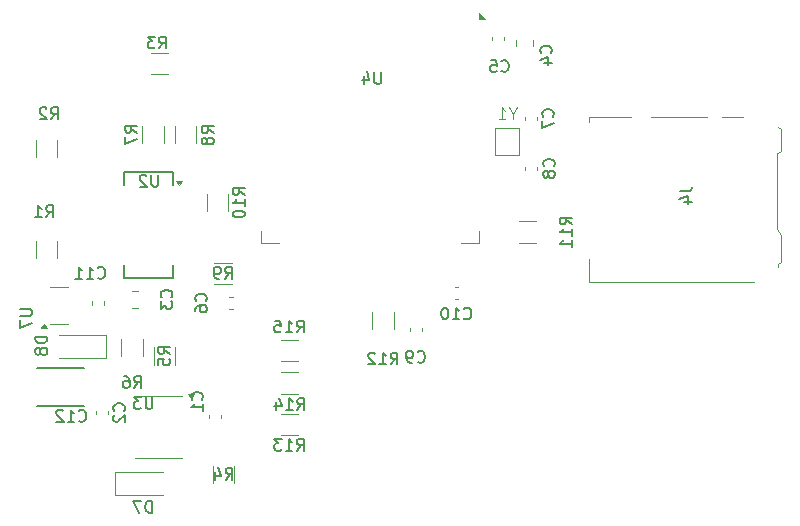
<source format=gbo>
%TF.GenerationSoftware,KiCad,Pcbnew,8.0.6*%
%TF.CreationDate,2024-12-20T11:49:08+09:00*%
%TF.ProjectId,PCB,5043422e-6b69-4636-9164-5f7063625858,rev?*%
%TF.SameCoordinates,Original*%
%TF.FileFunction,Legend,Bot*%
%TF.FilePolarity,Positive*%
%FSLAX46Y46*%
G04 Gerber Fmt 4.6, Leading zero omitted, Abs format (unit mm)*
G04 Created by KiCad (PCBNEW 8.0.6) date 2024-12-20 11:49:08*
%MOMM*%
%LPD*%
G01*
G04 APERTURE LIST*
%ADD10C,0.150000*%
%ADD11C,0.100000*%
%ADD12C,0.120000*%
%ADD13C,0.152400*%
G04 APERTURE END LIST*
D10*
X98859580Y-103633333D02*
X98907200Y-103585714D01*
X98907200Y-103585714D02*
X98954819Y-103442857D01*
X98954819Y-103442857D02*
X98954819Y-103347619D01*
X98954819Y-103347619D02*
X98907200Y-103204762D01*
X98907200Y-103204762D02*
X98811961Y-103109524D01*
X98811961Y-103109524D02*
X98716723Y-103061905D01*
X98716723Y-103061905D02*
X98526247Y-103014286D01*
X98526247Y-103014286D02*
X98383390Y-103014286D01*
X98383390Y-103014286D02*
X98192914Y-103061905D01*
X98192914Y-103061905D02*
X98097676Y-103109524D01*
X98097676Y-103109524D02*
X98002438Y-103204762D01*
X98002438Y-103204762D02*
X97954819Y-103347619D01*
X97954819Y-103347619D02*
X97954819Y-103442857D01*
X97954819Y-103442857D02*
X98002438Y-103585714D01*
X98002438Y-103585714D02*
X98050057Y-103633333D01*
X98050057Y-104014286D02*
X98002438Y-104061905D01*
X98002438Y-104061905D02*
X97954819Y-104157143D01*
X97954819Y-104157143D02*
X97954819Y-104395238D01*
X97954819Y-104395238D02*
X98002438Y-104490476D01*
X98002438Y-104490476D02*
X98050057Y-104538095D01*
X98050057Y-104538095D02*
X98145295Y-104585714D01*
X98145295Y-104585714D02*
X98240533Y-104585714D01*
X98240533Y-104585714D02*
X98383390Y-104538095D01*
X98383390Y-104538095D02*
X98954819Y-103966667D01*
X98954819Y-103966667D02*
X98954819Y-104585714D01*
X105459580Y-102683333D02*
X105507200Y-102635714D01*
X105507200Y-102635714D02*
X105554819Y-102492857D01*
X105554819Y-102492857D02*
X105554819Y-102397619D01*
X105554819Y-102397619D02*
X105507200Y-102254762D01*
X105507200Y-102254762D02*
X105411961Y-102159524D01*
X105411961Y-102159524D02*
X105316723Y-102111905D01*
X105316723Y-102111905D02*
X105126247Y-102064286D01*
X105126247Y-102064286D02*
X104983390Y-102064286D01*
X104983390Y-102064286D02*
X104792914Y-102111905D01*
X104792914Y-102111905D02*
X104697676Y-102159524D01*
X104697676Y-102159524D02*
X104602438Y-102254762D01*
X104602438Y-102254762D02*
X104554819Y-102397619D01*
X104554819Y-102397619D02*
X104554819Y-102492857D01*
X104554819Y-102492857D02*
X104602438Y-102635714D01*
X104602438Y-102635714D02*
X104650057Y-102683333D01*
X105554819Y-103635714D02*
X105554819Y-103064286D01*
X105554819Y-103350000D02*
X104554819Y-103350000D01*
X104554819Y-103350000D02*
X104697676Y-103254762D01*
X104697676Y-103254762D02*
X104792914Y-103159524D01*
X104792914Y-103159524D02*
X104840533Y-103064286D01*
X107466666Y-109454819D02*
X107799999Y-108978628D01*
X108038094Y-109454819D02*
X108038094Y-108454819D01*
X108038094Y-108454819D02*
X107657142Y-108454819D01*
X107657142Y-108454819D02*
X107561904Y-108502438D01*
X107561904Y-108502438D02*
X107514285Y-108550057D01*
X107514285Y-108550057D02*
X107466666Y-108645295D01*
X107466666Y-108645295D02*
X107466666Y-108788152D01*
X107466666Y-108788152D02*
X107514285Y-108883390D01*
X107514285Y-108883390D02*
X107561904Y-108931009D01*
X107561904Y-108931009D02*
X107657142Y-108978628D01*
X107657142Y-108978628D02*
X108038094Y-108978628D01*
X106609523Y-108788152D02*
X106609523Y-109454819D01*
X106847618Y-108407200D02*
X107085713Y-109121485D01*
X107085713Y-109121485D02*
X106466666Y-109121485D01*
X135259580Y-82933333D02*
X135307200Y-82885714D01*
X135307200Y-82885714D02*
X135354819Y-82742857D01*
X135354819Y-82742857D02*
X135354819Y-82647619D01*
X135354819Y-82647619D02*
X135307200Y-82504762D01*
X135307200Y-82504762D02*
X135211961Y-82409524D01*
X135211961Y-82409524D02*
X135116723Y-82361905D01*
X135116723Y-82361905D02*
X134926247Y-82314286D01*
X134926247Y-82314286D02*
X134783390Y-82314286D01*
X134783390Y-82314286D02*
X134592914Y-82361905D01*
X134592914Y-82361905D02*
X134497676Y-82409524D01*
X134497676Y-82409524D02*
X134402438Y-82504762D01*
X134402438Y-82504762D02*
X134354819Y-82647619D01*
X134354819Y-82647619D02*
X134354819Y-82742857D01*
X134354819Y-82742857D02*
X134402438Y-82885714D01*
X134402438Y-82885714D02*
X134450057Y-82933333D01*
X134783390Y-83504762D02*
X134735771Y-83409524D01*
X134735771Y-83409524D02*
X134688152Y-83361905D01*
X134688152Y-83361905D02*
X134592914Y-83314286D01*
X134592914Y-83314286D02*
X134545295Y-83314286D01*
X134545295Y-83314286D02*
X134450057Y-83361905D01*
X134450057Y-83361905D02*
X134402438Y-83409524D01*
X134402438Y-83409524D02*
X134354819Y-83504762D01*
X134354819Y-83504762D02*
X134354819Y-83695238D01*
X134354819Y-83695238D02*
X134402438Y-83790476D01*
X134402438Y-83790476D02*
X134450057Y-83838095D01*
X134450057Y-83838095D02*
X134545295Y-83885714D01*
X134545295Y-83885714D02*
X134592914Y-83885714D01*
X134592914Y-83885714D02*
X134688152Y-83838095D01*
X134688152Y-83838095D02*
X134735771Y-83790476D01*
X134735771Y-83790476D02*
X134783390Y-83695238D01*
X134783390Y-83695238D02*
X134783390Y-83504762D01*
X134783390Y-83504762D02*
X134831009Y-83409524D01*
X134831009Y-83409524D02*
X134878628Y-83361905D01*
X134878628Y-83361905D02*
X134973866Y-83314286D01*
X134973866Y-83314286D02*
X135164342Y-83314286D01*
X135164342Y-83314286D02*
X135259580Y-83361905D01*
X135259580Y-83361905D02*
X135307200Y-83409524D01*
X135307200Y-83409524D02*
X135354819Y-83504762D01*
X135354819Y-83504762D02*
X135354819Y-83695238D01*
X135354819Y-83695238D02*
X135307200Y-83790476D01*
X135307200Y-83790476D02*
X135259580Y-83838095D01*
X135259580Y-83838095D02*
X135164342Y-83885714D01*
X135164342Y-83885714D02*
X134973866Y-83885714D01*
X134973866Y-83885714D02*
X134878628Y-83838095D01*
X134878628Y-83838095D02*
X134831009Y-83790476D01*
X134831009Y-83790476D02*
X134783390Y-83695238D01*
X96642857Y-92359580D02*
X96690476Y-92407200D01*
X96690476Y-92407200D02*
X96833333Y-92454819D01*
X96833333Y-92454819D02*
X96928571Y-92454819D01*
X96928571Y-92454819D02*
X97071428Y-92407200D01*
X97071428Y-92407200D02*
X97166666Y-92311961D01*
X97166666Y-92311961D02*
X97214285Y-92216723D01*
X97214285Y-92216723D02*
X97261904Y-92026247D01*
X97261904Y-92026247D02*
X97261904Y-91883390D01*
X97261904Y-91883390D02*
X97214285Y-91692914D01*
X97214285Y-91692914D02*
X97166666Y-91597676D01*
X97166666Y-91597676D02*
X97071428Y-91502438D01*
X97071428Y-91502438D02*
X96928571Y-91454819D01*
X96928571Y-91454819D02*
X96833333Y-91454819D01*
X96833333Y-91454819D02*
X96690476Y-91502438D01*
X96690476Y-91502438D02*
X96642857Y-91550057D01*
X95690476Y-92454819D02*
X96261904Y-92454819D01*
X95976190Y-92454819D02*
X95976190Y-91454819D01*
X95976190Y-91454819D02*
X96071428Y-91597676D01*
X96071428Y-91597676D02*
X96166666Y-91692914D01*
X96166666Y-91692914D02*
X96261904Y-91740533D01*
X94738095Y-92454819D02*
X95309523Y-92454819D01*
X95023809Y-92454819D02*
X95023809Y-91454819D01*
X95023809Y-91454819D02*
X95119047Y-91597676D01*
X95119047Y-91597676D02*
X95214285Y-91692914D01*
X95214285Y-91692914D02*
X95309523Y-91740533D01*
X92354819Y-97361905D02*
X91354819Y-97361905D01*
X91354819Y-97361905D02*
X91354819Y-97600000D01*
X91354819Y-97600000D02*
X91402438Y-97742857D01*
X91402438Y-97742857D02*
X91497676Y-97838095D01*
X91497676Y-97838095D02*
X91592914Y-97885714D01*
X91592914Y-97885714D02*
X91783390Y-97933333D01*
X91783390Y-97933333D02*
X91926247Y-97933333D01*
X91926247Y-97933333D02*
X92116723Y-97885714D01*
X92116723Y-97885714D02*
X92211961Y-97838095D01*
X92211961Y-97838095D02*
X92307200Y-97742857D01*
X92307200Y-97742857D02*
X92354819Y-97600000D01*
X92354819Y-97600000D02*
X92354819Y-97361905D01*
X91783390Y-98504762D02*
X91735771Y-98409524D01*
X91735771Y-98409524D02*
X91688152Y-98361905D01*
X91688152Y-98361905D02*
X91592914Y-98314286D01*
X91592914Y-98314286D02*
X91545295Y-98314286D01*
X91545295Y-98314286D02*
X91450057Y-98361905D01*
X91450057Y-98361905D02*
X91402438Y-98409524D01*
X91402438Y-98409524D02*
X91354819Y-98504762D01*
X91354819Y-98504762D02*
X91354819Y-98695238D01*
X91354819Y-98695238D02*
X91402438Y-98790476D01*
X91402438Y-98790476D02*
X91450057Y-98838095D01*
X91450057Y-98838095D02*
X91545295Y-98885714D01*
X91545295Y-98885714D02*
X91592914Y-98885714D01*
X91592914Y-98885714D02*
X91688152Y-98838095D01*
X91688152Y-98838095D02*
X91735771Y-98790476D01*
X91735771Y-98790476D02*
X91783390Y-98695238D01*
X91783390Y-98695238D02*
X91783390Y-98504762D01*
X91783390Y-98504762D02*
X91831009Y-98409524D01*
X91831009Y-98409524D02*
X91878628Y-98361905D01*
X91878628Y-98361905D02*
X91973866Y-98314286D01*
X91973866Y-98314286D02*
X92164342Y-98314286D01*
X92164342Y-98314286D02*
X92259580Y-98361905D01*
X92259580Y-98361905D02*
X92307200Y-98409524D01*
X92307200Y-98409524D02*
X92354819Y-98504762D01*
X92354819Y-98504762D02*
X92354819Y-98695238D01*
X92354819Y-98695238D02*
X92307200Y-98790476D01*
X92307200Y-98790476D02*
X92259580Y-98838095D01*
X92259580Y-98838095D02*
X92164342Y-98885714D01*
X92164342Y-98885714D02*
X91973866Y-98885714D01*
X91973866Y-98885714D02*
X91878628Y-98838095D01*
X91878628Y-98838095D02*
X91831009Y-98790476D01*
X91831009Y-98790476D02*
X91783390Y-98695238D01*
X113542857Y-103574819D02*
X113876190Y-103098628D01*
X114114285Y-103574819D02*
X114114285Y-102574819D01*
X114114285Y-102574819D02*
X113733333Y-102574819D01*
X113733333Y-102574819D02*
X113638095Y-102622438D01*
X113638095Y-102622438D02*
X113590476Y-102670057D01*
X113590476Y-102670057D02*
X113542857Y-102765295D01*
X113542857Y-102765295D02*
X113542857Y-102908152D01*
X113542857Y-102908152D02*
X113590476Y-103003390D01*
X113590476Y-103003390D02*
X113638095Y-103051009D01*
X113638095Y-103051009D02*
X113733333Y-103098628D01*
X113733333Y-103098628D02*
X114114285Y-103098628D01*
X112590476Y-103574819D02*
X113161904Y-103574819D01*
X112876190Y-103574819D02*
X112876190Y-102574819D01*
X112876190Y-102574819D02*
X112971428Y-102717676D01*
X112971428Y-102717676D02*
X113066666Y-102812914D01*
X113066666Y-102812914D02*
X113161904Y-102860533D01*
X111733333Y-102908152D02*
X111733333Y-103574819D01*
X111971428Y-102527200D02*
X112209523Y-103241485D01*
X112209523Y-103241485D02*
X111590476Y-103241485D01*
X135009580Y-73333333D02*
X135057200Y-73285714D01*
X135057200Y-73285714D02*
X135104819Y-73142857D01*
X135104819Y-73142857D02*
X135104819Y-73047619D01*
X135104819Y-73047619D02*
X135057200Y-72904762D01*
X135057200Y-72904762D02*
X134961961Y-72809524D01*
X134961961Y-72809524D02*
X134866723Y-72761905D01*
X134866723Y-72761905D02*
X134676247Y-72714286D01*
X134676247Y-72714286D02*
X134533390Y-72714286D01*
X134533390Y-72714286D02*
X134342914Y-72761905D01*
X134342914Y-72761905D02*
X134247676Y-72809524D01*
X134247676Y-72809524D02*
X134152438Y-72904762D01*
X134152438Y-72904762D02*
X134104819Y-73047619D01*
X134104819Y-73047619D02*
X134104819Y-73142857D01*
X134104819Y-73142857D02*
X134152438Y-73285714D01*
X134152438Y-73285714D02*
X134200057Y-73333333D01*
X134438152Y-74190476D02*
X135104819Y-74190476D01*
X134057200Y-73952381D02*
X134771485Y-73714286D01*
X134771485Y-73714286D02*
X134771485Y-74333333D01*
X109074819Y-85357142D02*
X108598628Y-85023809D01*
X109074819Y-84785714D02*
X108074819Y-84785714D01*
X108074819Y-84785714D02*
X108074819Y-85166666D01*
X108074819Y-85166666D02*
X108122438Y-85261904D01*
X108122438Y-85261904D02*
X108170057Y-85309523D01*
X108170057Y-85309523D02*
X108265295Y-85357142D01*
X108265295Y-85357142D02*
X108408152Y-85357142D01*
X108408152Y-85357142D02*
X108503390Y-85309523D01*
X108503390Y-85309523D02*
X108551009Y-85261904D01*
X108551009Y-85261904D02*
X108598628Y-85166666D01*
X108598628Y-85166666D02*
X108598628Y-84785714D01*
X109074819Y-86309523D02*
X109074819Y-85738095D01*
X109074819Y-86023809D02*
X108074819Y-86023809D01*
X108074819Y-86023809D02*
X108217676Y-85928571D01*
X108217676Y-85928571D02*
X108312914Y-85833333D01*
X108312914Y-85833333D02*
X108360533Y-85738095D01*
X108074819Y-86928571D02*
X108074819Y-87023809D01*
X108074819Y-87023809D02*
X108122438Y-87119047D01*
X108122438Y-87119047D02*
X108170057Y-87166666D01*
X108170057Y-87166666D02*
X108265295Y-87214285D01*
X108265295Y-87214285D02*
X108455771Y-87261904D01*
X108455771Y-87261904D02*
X108693866Y-87261904D01*
X108693866Y-87261904D02*
X108884342Y-87214285D01*
X108884342Y-87214285D02*
X108979580Y-87166666D01*
X108979580Y-87166666D02*
X109027200Y-87119047D01*
X109027200Y-87119047D02*
X109074819Y-87023809D01*
X109074819Y-87023809D02*
X109074819Y-86928571D01*
X109074819Y-86928571D02*
X109027200Y-86833333D01*
X109027200Y-86833333D02*
X108979580Y-86785714D01*
X108979580Y-86785714D02*
X108884342Y-86738095D01*
X108884342Y-86738095D02*
X108693866Y-86690476D01*
X108693866Y-86690476D02*
X108455771Y-86690476D01*
X108455771Y-86690476D02*
X108265295Y-86738095D01*
X108265295Y-86738095D02*
X108170057Y-86785714D01*
X108170057Y-86785714D02*
X108122438Y-86833333D01*
X108122438Y-86833333D02*
X108074819Y-86928571D01*
X123716666Y-99472080D02*
X123764285Y-99519700D01*
X123764285Y-99519700D02*
X123907142Y-99567319D01*
X123907142Y-99567319D02*
X124002380Y-99567319D01*
X124002380Y-99567319D02*
X124145237Y-99519700D01*
X124145237Y-99519700D02*
X124240475Y-99424461D01*
X124240475Y-99424461D02*
X124288094Y-99329223D01*
X124288094Y-99329223D02*
X124335713Y-99138747D01*
X124335713Y-99138747D02*
X124335713Y-98995890D01*
X124335713Y-98995890D02*
X124288094Y-98805414D01*
X124288094Y-98805414D02*
X124240475Y-98710176D01*
X124240475Y-98710176D02*
X124145237Y-98614938D01*
X124145237Y-98614938D02*
X124002380Y-98567319D01*
X124002380Y-98567319D02*
X123907142Y-98567319D01*
X123907142Y-98567319D02*
X123764285Y-98614938D01*
X123764285Y-98614938D02*
X123716666Y-98662557D01*
X123240475Y-99567319D02*
X123049999Y-99567319D01*
X123049999Y-99567319D02*
X122954761Y-99519700D01*
X122954761Y-99519700D02*
X122907142Y-99472080D01*
X122907142Y-99472080D02*
X122811904Y-99329223D01*
X122811904Y-99329223D02*
X122764285Y-99138747D01*
X122764285Y-99138747D02*
X122764285Y-98757795D01*
X122764285Y-98757795D02*
X122811904Y-98662557D01*
X122811904Y-98662557D02*
X122859523Y-98614938D01*
X122859523Y-98614938D02*
X122954761Y-98567319D01*
X122954761Y-98567319D02*
X123145237Y-98567319D01*
X123145237Y-98567319D02*
X123240475Y-98614938D01*
X123240475Y-98614938D02*
X123288094Y-98662557D01*
X123288094Y-98662557D02*
X123335713Y-98757795D01*
X123335713Y-98757795D02*
X123335713Y-98995890D01*
X123335713Y-98995890D02*
X123288094Y-99091128D01*
X123288094Y-99091128D02*
X123240475Y-99138747D01*
X123240475Y-99138747D02*
X123145237Y-99186366D01*
X123145237Y-99186366D02*
X122954761Y-99186366D01*
X122954761Y-99186366D02*
X122859523Y-99138747D01*
X122859523Y-99138747D02*
X122811904Y-99091128D01*
X122811904Y-99091128D02*
X122764285Y-98995890D01*
X99954819Y-80083333D02*
X99478628Y-79750000D01*
X99954819Y-79511905D02*
X98954819Y-79511905D01*
X98954819Y-79511905D02*
X98954819Y-79892857D01*
X98954819Y-79892857D02*
X99002438Y-79988095D01*
X99002438Y-79988095D02*
X99050057Y-80035714D01*
X99050057Y-80035714D02*
X99145295Y-80083333D01*
X99145295Y-80083333D02*
X99288152Y-80083333D01*
X99288152Y-80083333D02*
X99383390Y-80035714D01*
X99383390Y-80035714D02*
X99431009Y-79988095D01*
X99431009Y-79988095D02*
X99478628Y-79892857D01*
X99478628Y-79892857D02*
X99478628Y-79511905D01*
X98954819Y-80416667D02*
X98954819Y-81083333D01*
X98954819Y-81083333D02*
X99954819Y-80654762D01*
X120636904Y-74954819D02*
X120636904Y-75764342D01*
X120636904Y-75764342D02*
X120589285Y-75859580D01*
X120589285Y-75859580D02*
X120541666Y-75907200D01*
X120541666Y-75907200D02*
X120446428Y-75954819D01*
X120446428Y-75954819D02*
X120255952Y-75954819D01*
X120255952Y-75954819D02*
X120160714Y-75907200D01*
X120160714Y-75907200D02*
X120113095Y-75859580D01*
X120113095Y-75859580D02*
X120065476Y-75764342D01*
X120065476Y-75764342D02*
X120065476Y-74954819D01*
X119160714Y-75288152D02*
X119160714Y-75954819D01*
X119398809Y-74907200D02*
X119636904Y-75621485D01*
X119636904Y-75621485D02*
X119017857Y-75621485D01*
X99716666Y-101704819D02*
X100049999Y-101228628D01*
X100288094Y-101704819D02*
X100288094Y-100704819D01*
X100288094Y-100704819D02*
X99907142Y-100704819D01*
X99907142Y-100704819D02*
X99811904Y-100752438D01*
X99811904Y-100752438D02*
X99764285Y-100800057D01*
X99764285Y-100800057D02*
X99716666Y-100895295D01*
X99716666Y-100895295D02*
X99716666Y-101038152D01*
X99716666Y-101038152D02*
X99764285Y-101133390D01*
X99764285Y-101133390D02*
X99811904Y-101181009D01*
X99811904Y-101181009D02*
X99907142Y-101228628D01*
X99907142Y-101228628D02*
X100288094Y-101228628D01*
X98859523Y-100704819D02*
X99049999Y-100704819D01*
X99049999Y-100704819D02*
X99145237Y-100752438D01*
X99145237Y-100752438D02*
X99192856Y-100800057D01*
X99192856Y-100800057D02*
X99288094Y-100942914D01*
X99288094Y-100942914D02*
X99335713Y-101133390D01*
X99335713Y-101133390D02*
X99335713Y-101514342D01*
X99335713Y-101514342D02*
X99288094Y-101609580D01*
X99288094Y-101609580D02*
X99240475Y-101657200D01*
X99240475Y-101657200D02*
X99145237Y-101704819D01*
X99145237Y-101704819D02*
X98954761Y-101704819D01*
X98954761Y-101704819D02*
X98859523Y-101657200D01*
X98859523Y-101657200D02*
X98811904Y-101609580D01*
X98811904Y-101609580D02*
X98764285Y-101514342D01*
X98764285Y-101514342D02*
X98764285Y-101276247D01*
X98764285Y-101276247D02*
X98811904Y-101181009D01*
X98811904Y-101181009D02*
X98859523Y-101133390D01*
X98859523Y-101133390D02*
X98954761Y-101085771D01*
X98954761Y-101085771D02*
X99145237Y-101085771D01*
X99145237Y-101085771D02*
X99240475Y-101133390D01*
X99240475Y-101133390D02*
X99288094Y-101181009D01*
X99288094Y-101181009D02*
X99335713Y-101276247D01*
X92666666Y-78954819D02*
X92999999Y-78478628D01*
X93238094Y-78954819D02*
X93238094Y-77954819D01*
X93238094Y-77954819D02*
X92857142Y-77954819D01*
X92857142Y-77954819D02*
X92761904Y-78002438D01*
X92761904Y-78002438D02*
X92714285Y-78050057D01*
X92714285Y-78050057D02*
X92666666Y-78145295D01*
X92666666Y-78145295D02*
X92666666Y-78288152D01*
X92666666Y-78288152D02*
X92714285Y-78383390D01*
X92714285Y-78383390D02*
X92761904Y-78431009D01*
X92761904Y-78431009D02*
X92857142Y-78478628D01*
X92857142Y-78478628D02*
X93238094Y-78478628D01*
X92285713Y-78050057D02*
X92238094Y-78002438D01*
X92238094Y-78002438D02*
X92142856Y-77954819D01*
X92142856Y-77954819D02*
X91904761Y-77954819D01*
X91904761Y-77954819D02*
X91809523Y-78002438D01*
X91809523Y-78002438D02*
X91761904Y-78050057D01*
X91761904Y-78050057D02*
X91714285Y-78145295D01*
X91714285Y-78145295D02*
X91714285Y-78240533D01*
X91714285Y-78240533D02*
X91761904Y-78383390D01*
X91761904Y-78383390D02*
X92333332Y-78954819D01*
X92333332Y-78954819D02*
X91714285Y-78954819D01*
X136754819Y-87857142D02*
X136278628Y-87523809D01*
X136754819Y-87285714D02*
X135754819Y-87285714D01*
X135754819Y-87285714D02*
X135754819Y-87666666D01*
X135754819Y-87666666D02*
X135802438Y-87761904D01*
X135802438Y-87761904D02*
X135850057Y-87809523D01*
X135850057Y-87809523D02*
X135945295Y-87857142D01*
X135945295Y-87857142D02*
X136088152Y-87857142D01*
X136088152Y-87857142D02*
X136183390Y-87809523D01*
X136183390Y-87809523D02*
X136231009Y-87761904D01*
X136231009Y-87761904D02*
X136278628Y-87666666D01*
X136278628Y-87666666D02*
X136278628Y-87285714D01*
X136754819Y-88809523D02*
X136754819Y-88238095D01*
X136754819Y-88523809D02*
X135754819Y-88523809D01*
X135754819Y-88523809D02*
X135897676Y-88428571D01*
X135897676Y-88428571D02*
X135992914Y-88333333D01*
X135992914Y-88333333D02*
X136040533Y-88238095D01*
X136754819Y-89761904D02*
X136754819Y-89190476D01*
X136754819Y-89476190D02*
X135754819Y-89476190D01*
X135754819Y-89476190D02*
X135897676Y-89380952D01*
X135897676Y-89380952D02*
X135992914Y-89285714D01*
X135992914Y-89285714D02*
X136040533Y-89190476D01*
X121442857Y-99704819D02*
X121776190Y-99228628D01*
X122014285Y-99704819D02*
X122014285Y-98704819D01*
X122014285Y-98704819D02*
X121633333Y-98704819D01*
X121633333Y-98704819D02*
X121538095Y-98752438D01*
X121538095Y-98752438D02*
X121490476Y-98800057D01*
X121490476Y-98800057D02*
X121442857Y-98895295D01*
X121442857Y-98895295D02*
X121442857Y-99038152D01*
X121442857Y-99038152D02*
X121490476Y-99133390D01*
X121490476Y-99133390D02*
X121538095Y-99181009D01*
X121538095Y-99181009D02*
X121633333Y-99228628D01*
X121633333Y-99228628D02*
X122014285Y-99228628D01*
X120490476Y-99704819D02*
X121061904Y-99704819D01*
X120776190Y-99704819D02*
X120776190Y-98704819D01*
X120776190Y-98704819D02*
X120871428Y-98847676D01*
X120871428Y-98847676D02*
X120966666Y-98942914D01*
X120966666Y-98942914D02*
X121061904Y-98990533D01*
X120109523Y-98800057D02*
X120061904Y-98752438D01*
X120061904Y-98752438D02*
X119966666Y-98704819D01*
X119966666Y-98704819D02*
X119728571Y-98704819D01*
X119728571Y-98704819D02*
X119633333Y-98752438D01*
X119633333Y-98752438D02*
X119585714Y-98800057D01*
X119585714Y-98800057D02*
X119538095Y-98895295D01*
X119538095Y-98895295D02*
X119538095Y-98990533D01*
X119538095Y-98990533D02*
X119585714Y-99133390D01*
X119585714Y-99133390D02*
X120157142Y-99704819D01*
X120157142Y-99704819D02*
X119538095Y-99704819D01*
X113492857Y-107004819D02*
X113826190Y-106528628D01*
X114064285Y-107004819D02*
X114064285Y-106004819D01*
X114064285Y-106004819D02*
X113683333Y-106004819D01*
X113683333Y-106004819D02*
X113588095Y-106052438D01*
X113588095Y-106052438D02*
X113540476Y-106100057D01*
X113540476Y-106100057D02*
X113492857Y-106195295D01*
X113492857Y-106195295D02*
X113492857Y-106338152D01*
X113492857Y-106338152D02*
X113540476Y-106433390D01*
X113540476Y-106433390D02*
X113588095Y-106481009D01*
X113588095Y-106481009D02*
X113683333Y-106528628D01*
X113683333Y-106528628D02*
X114064285Y-106528628D01*
X112540476Y-107004819D02*
X113111904Y-107004819D01*
X112826190Y-107004819D02*
X112826190Y-106004819D01*
X112826190Y-106004819D02*
X112921428Y-106147676D01*
X112921428Y-106147676D02*
X113016666Y-106242914D01*
X113016666Y-106242914D02*
X113111904Y-106290533D01*
X112207142Y-106004819D02*
X111588095Y-106004819D01*
X111588095Y-106004819D02*
X111921428Y-106385771D01*
X111921428Y-106385771D02*
X111778571Y-106385771D01*
X111778571Y-106385771D02*
X111683333Y-106433390D01*
X111683333Y-106433390D02*
X111635714Y-106481009D01*
X111635714Y-106481009D02*
X111588095Y-106576247D01*
X111588095Y-106576247D02*
X111588095Y-106814342D01*
X111588095Y-106814342D02*
X111635714Y-106909580D01*
X111635714Y-106909580D02*
X111683333Y-106957200D01*
X111683333Y-106957200D02*
X111778571Y-107004819D01*
X111778571Y-107004819D02*
X112064285Y-107004819D01*
X112064285Y-107004819D02*
X112159523Y-106957200D01*
X112159523Y-106957200D02*
X112207142Y-106909580D01*
X101261904Y-102454819D02*
X101261904Y-103264342D01*
X101261904Y-103264342D02*
X101214285Y-103359580D01*
X101214285Y-103359580D02*
X101166666Y-103407200D01*
X101166666Y-103407200D02*
X101071428Y-103454819D01*
X101071428Y-103454819D02*
X100880952Y-103454819D01*
X100880952Y-103454819D02*
X100785714Y-103407200D01*
X100785714Y-103407200D02*
X100738095Y-103359580D01*
X100738095Y-103359580D02*
X100690476Y-103264342D01*
X100690476Y-103264342D02*
X100690476Y-102454819D01*
X100309523Y-102454819D02*
X99690476Y-102454819D01*
X99690476Y-102454819D02*
X100023809Y-102835771D01*
X100023809Y-102835771D02*
X99880952Y-102835771D01*
X99880952Y-102835771D02*
X99785714Y-102883390D01*
X99785714Y-102883390D02*
X99738095Y-102931009D01*
X99738095Y-102931009D02*
X99690476Y-103026247D01*
X99690476Y-103026247D02*
X99690476Y-103264342D01*
X99690476Y-103264342D02*
X99738095Y-103359580D01*
X99738095Y-103359580D02*
X99785714Y-103407200D01*
X99785714Y-103407200D02*
X99880952Y-103454819D01*
X99880952Y-103454819D02*
X100166666Y-103454819D01*
X100166666Y-103454819D02*
X100261904Y-103407200D01*
X100261904Y-103407200D02*
X100309523Y-103359580D01*
X127642857Y-95809580D02*
X127690476Y-95857200D01*
X127690476Y-95857200D02*
X127833333Y-95904819D01*
X127833333Y-95904819D02*
X127928571Y-95904819D01*
X127928571Y-95904819D02*
X128071428Y-95857200D01*
X128071428Y-95857200D02*
X128166666Y-95761961D01*
X128166666Y-95761961D02*
X128214285Y-95666723D01*
X128214285Y-95666723D02*
X128261904Y-95476247D01*
X128261904Y-95476247D02*
X128261904Y-95333390D01*
X128261904Y-95333390D02*
X128214285Y-95142914D01*
X128214285Y-95142914D02*
X128166666Y-95047676D01*
X128166666Y-95047676D02*
X128071428Y-94952438D01*
X128071428Y-94952438D02*
X127928571Y-94904819D01*
X127928571Y-94904819D02*
X127833333Y-94904819D01*
X127833333Y-94904819D02*
X127690476Y-94952438D01*
X127690476Y-94952438D02*
X127642857Y-95000057D01*
X126690476Y-95904819D02*
X127261904Y-95904819D01*
X126976190Y-95904819D02*
X126976190Y-94904819D01*
X126976190Y-94904819D02*
X127071428Y-95047676D01*
X127071428Y-95047676D02*
X127166666Y-95142914D01*
X127166666Y-95142914D02*
X127261904Y-95190533D01*
X126071428Y-94904819D02*
X125976190Y-94904819D01*
X125976190Y-94904819D02*
X125880952Y-94952438D01*
X125880952Y-94952438D02*
X125833333Y-95000057D01*
X125833333Y-95000057D02*
X125785714Y-95095295D01*
X125785714Y-95095295D02*
X125738095Y-95285771D01*
X125738095Y-95285771D02*
X125738095Y-95523866D01*
X125738095Y-95523866D02*
X125785714Y-95714342D01*
X125785714Y-95714342D02*
X125833333Y-95809580D01*
X125833333Y-95809580D02*
X125880952Y-95857200D01*
X125880952Y-95857200D02*
X125976190Y-95904819D01*
X125976190Y-95904819D02*
X126071428Y-95904819D01*
X126071428Y-95904819D02*
X126166666Y-95857200D01*
X126166666Y-95857200D02*
X126214285Y-95809580D01*
X126214285Y-95809580D02*
X126261904Y-95714342D01*
X126261904Y-95714342D02*
X126309523Y-95523866D01*
X126309523Y-95523866D02*
X126309523Y-95285771D01*
X126309523Y-95285771D02*
X126261904Y-95095295D01*
X126261904Y-95095295D02*
X126214285Y-95000057D01*
X126214285Y-95000057D02*
X126166666Y-94952438D01*
X126166666Y-94952438D02*
X126071428Y-94904819D01*
X102859580Y-94033333D02*
X102907200Y-93985714D01*
X102907200Y-93985714D02*
X102954819Y-93842857D01*
X102954819Y-93842857D02*
X102954819Y-93747619D01*
X102954819Y-93747619D02*
X102907200Y-93604762D01*
X102907200Y-93604762D02*
X102811961Y-93509524D01*
X102811961Y-93509524D02*
X102716723Y-93461905D01*
X102716723Y-93461905D02*
X102526247Y-93414286D01*
X102526247Y-93414286D02*
X102383390Y-93414286D01*
X102383390Y-93414286D02*
X102192914Y-93461905D01*
X102192914Y-93461905D02*
X102097676Y-93509524D01*
X102097676Y-93509524D02*
X102002438Y-93604762D01*
X102002438Y-93604762D02*
X101954819Y-93747619D01*
X101954819Y-93747619D02*
X101954819Y-93842857D01*
X101954819Y-93842857D02*
X102002438Y-93985714D01*
X102002438Y-93985714D02*
X102050057Y-94033333D01*
X101954819Y-94366667D02*
X101954819Y-94985714D01*
X101954819Y-94985714D02*
X102335771Y-94652381D01*
X102335771Y-94652381D02*
X102335771Y-94795238D01*
X102335771Y-94795238D02*
X102383390Y-94890476D01*
X102383390Y-94890476D02*
X102431009Y-94938095D01*
X102431009Y-94938095D02*
X102526247Y-94985714D01*
X102526247Y-94985714D02*
X102764342Y-94985714D01*
X102764342Y-94985714D02*
X102859580Y-94938095D01*
X102859580Y-94938095D02*
X102907200Y-94890476D01*
X102907200Y-94890476D02*
X102954819Y-94795238D01*
X102954819Y-94795238D02*
X102954819Y-94509524D01*
X102954819Y-94509524D02*
X102907200Y-94414286D01*
X102907200Y-94414286D02*
X102859580Y-94366667D01*
X145914819Y-85061666D02*
X146629104Y-85061666D01*
X146629104Y-85061666D02*
X146771961Y-85014047D01*
X146771961Y-85014047D02*
X146867200Y-84918809D01*
X146867200Y-84918809D02*
X146914819Y-84775952D01*
X146914819Y-84775952D02*
X146914819Y-84680714D01*
X146248152Y-85966428D02*
X146914819Y-85966428D01*
X145867200Y-85728333D02*
X146581485Y-85490238D01*
X146581485Y-85490238D02*
X146581485Y-86109285D01*
X101761904Y-83654819D02*
X101761904Y-84464342D01*
X101761904Y-84464342D02*
X101714285Y-84559580D01*
X101714285Y-84559580D02*
X101666666Y-84607200D01*
X101666666Y-84607200D02*
X101571428Y-84654819D01*
X101571428Y-84654819D02*
X101380952Y-84654819D01*
X101380952Y-84654819D02*
X101285714Y-84607200D01*
X101285714Y-84607200D02*
X101238095Y-84559580D01*
X101238095Y-84559580D02*
X101190476Y-84464342D01*
X101190476Y-84464342D02*
X101190476Y-83654819D01*
X100761904Y-83750057D02*
X100714285Y-83702438D01*
X100714285Y-83702438D02*
X100619047Y-83654819D01*
X100619047Y-83654819D02*
X100380952Y-83654819D01*
X100380952Y-83654819D02*
X100285714Y-83702438D01*
X100285714Y-83702438D02*
X100238095Y-83750057D01*
X100238095Y-83750057D02*
X100190476Y-83845295D01*
X100190476Y-83845295D02*
X100190476Y-83940533D01*
X100190476Y-83940533D02*
X100238095Y-84083390D01*
X100238095Y-84083390D02*
X100809523Y-84654819D01*
X100809523Y-84654819D02*
X100190476Y-84654819D01*
X102754819Y-98833333D02*
X102278628Y-98500000D01*
X102754819Y-98261905D02*
X101754819Y-98261905D01*
X101754819Y-98261905D02*
X101754819Y-98642857D01*
X101754819Y-98642857D02*
X101802438Y-98738095D01*
X101802438Y-98738095D02*
X101850057Y-98785714D01*
X101850057Y-98785714D02*
X101945295Y-98833333D01*
X101945295Y-98833333D02*
X102088152Y-98833333D01*
X102088152Y-98833333D02*
X102183390Y-98785714D01*
X102183390Y-98785714D02*
X102231009Y-98738095D01*
X102231009Y-98738095D02*
X102278628Y-98642857D01*
X102278628Y-98642857D02*
X102278628Y-98261905D01*
X101754819Y-99738095D02*
X101754819Y-99261905D01*
X101754819Y-99261905D02*
X102231009Y-99214286D01*
X102231009Y-99214286D02*
X102183390Y-99261905D01*
X102183390Y-99261905D02*
X102135771Y-99357143D01*
X102135771Y-99357143D02*
X102135771Y-99595238D01*
X102135771Y-99595238D02*
X102183390Y-99690476D01*
X102183390Y-99690476D02*
X102231009Y-99738095D01*
X102231009Y-99738095D02*
X102326247Y-99785714D01*
X102326247Y-99785714D02*
X102564342Y-99785714D01*
X102564342Y-99785714D02*
X102659580Y-99738095D01*
X102659580Y-99738095D02*
X102707200Y-99690476D01*
X102707200Y-99690476D02*
X102754819Y-99595238D01*
X102754819Y-99595238D02*
X102754819Y-99357143D01*
X102754819Y-99357143D02*
X102707200Y-99261905D01*
X102707200Y-99261905D02*
X102659580Y-99214286D01*
X92266666Y-87254819D02*
X92599999Y-86778628D01*
X92838094Y-87254819D02*
X92838094Y-86254819D01*
X92838094Y-86254819D02*
X92457142Y-86254819D01*
X92457142Y-86254819D02*
X92361904Y-86302438D01*
X92361904Y-86302438D02*
X92314285Y-86350057D01*
X92314285Y-86350057D02*
X92266666Y-86445295D01*
X92266666Y-86445295D02*
X92266666Y-86588152D01*
X92266666Y-86588152D02*
X92314285Y-86683390D01*
X92314285Y-86683390D02*
X92361904Y-86731009D01*
X92361904Y-86731009D02*
X92457142Y-86778628D01*
X92457142Y-86778628D02*
X92838094Y-86778628D01*
X91314285Y-87254819D02*
X91885713Y-87254819D01*
X91599999Y-87254819D02*
X91599999Y-86254819D01*
X91599999Y-86254819D02*
X91695237Y-86397676D01*
X91695237Y-86397676D02*
X91790475Y-86492914D01*
X91790475Y-86492914D02*
X91885713Y-86540533D01*
X90054819Y-95038095D02*
X90864342Y-95038095D01*
X90864342Y-95038095D02*
X90959580Y-95085714D01*
X90959580Y-95085714D02*
X91007200Y-95133333D01*
X91007200Y-95133333D02*
X91054819Y-95228571D01*
X91054819Y-95228571D02*
X91054819Y-95419047D01*
X91054819Y-95419047D02*
X91007200Y-95514285D01*
X91007200Y-95514285D02*
X90959580Y-95561904D01*
X90959580Y-95561904D02*
X90864342Y-95609523D01*
X90864342Y-95609523D02*
X90054819Y-95609523D01*
X90054819Y-95990476D02*
X90054819Y-96657142D01*
X90054819Y-96657142D02*
X91054819Y-96228571D01*
X101816666Y-72954819D02*
X102149999Y-72478628D01*
X102388094Y-72954819D02*
X102388094Y-71954819D01*
X102388094Y-71954819D02*
X102007142Y-71954819D01*
X102007142Y-71954819D02*
X101911904Y-72002438D01*
X101911904Y-72002438D02*
X101864285Y-72050057D01*
X101864285Y-72050057D02*
X101816666Y-72145295D01*
X101816666Y-72145295D02*
X101816666Y-72288152D01*
X101816666Y-72288152D02*
X101864285Y-72383390D01*
X101864285Y-72383390D02*
X101911904Y-72431009D01*
X101911904Y-72431009D02*
X102007142Y-72478628D01*
X102007142Y-72478628D02*
X102388094Y-72478628D01*
X101483332Y-71954819D02*
X100864285Y-71954819D01*
X100864285Y-71954819D02*
X101197618Y-72335771D01*
X101197618Y-72335771D02*
X101054761Y-72335771D01*
X101054761Y-72335771D02*
X100959523Y-72383390D01*
X100959523Y-72383390D02*
X100911904Y-72431009D01*
X100911904Y-72431009D02*
X100864285Y-72526247D01*
X100864285Y-72526247D02*
X100864285Y-72764342D01*
X100864285Y-72764342D02*
X100911904Y-72859580D01*
X100911904Y-72859580D02*
X100959523Y-72907200D01*
X100959523Y-72907200D02*
X101054761Y-72954819D01*
X101054761Y-72954819D02*
X101340475Y-72954819D01*
X101340475Y-72954819D02*
X101435713Y-72907200D01*
X101435713Y-72907200D02*
X101483332Y-72859580D01*
X130816666Y-74859580D02*
X130864285Y-74907200D01*
X130864285Y-74907200D02*
X131007142Y-74954819D01*
X131007142Y-74954819D02*
X131102380Y-74954819D01*
X131102380Y-74954819D02*
X131245237Y-74907200D01*
X131245237Y-74907200D02*
X131340475Y-74811961D01*
X131340475Y-74811961D02*
X131388094Y-74716723D01*
X131388094Y-74716723D02*
X131435713Y-74526247D01*
X131435713Y-74526247D02*
X131435713Y-74383390D01*
X131435713Y-74383390D02*
X131388094Y-74192914D01*
X131388094Y-74192914D02*
X131340475Y-74097676D01*
X131340475Y-74097676D02*
X131245237Y-74002438D01*
X131245237Y-74002438D02*
X131102380Y-73954819D01*
X131102380Y-73954819D02*
X131007142Y-73954819D01*
X131007142Y-73954819D02*
X130864285Y-74002438D01*
X130864285Y-74002438D02*
X130816666Y-74050057D01*
X129911904Y-73954819D02*
X130388094Y-73954819D01*
X130388094Y-73954819D02*
X130435713Y-74431009D01*
X130435713Y-74431009D02*
X130388094Y-74383390D01*
X130388094Y-74383390D02*
X130292856Y-74335771D01*
X130292856Y-74335771D02*
X130054761Y-74335771D01*
X130054761Y-74335771D02*
X129959523Y-74383390D01*
X129959523Y-74383390D02*
X129911904Y-74431009D01*
X129911904Y-74431009D02*
X129864285Y-74526247D01*
X129864285Y-74526247D02*
X129864285Y-74764342D01*
X129864285Y-74764342D02*
X129911904Y-74859580D01*
X129911904Y-74859580D02*
X129959523Y-74907200D01*
X129959523Y-74907200D02*
X130054761Y-74954819D01*
X130054761Y-74954819D02*
X130292856Y-74954819D01*
X130292856Y-74954819D02*
X130388094Y-74907200D01*
X130388094Y-74907200D02*
X130435713Y-74859580D01*
X107416666Y-92454819D02*
X107749999Y-91978628D01*
X107988094Y-92454819D02*
X107988094Y-91454819D01*
X107988094Y-91454819D02*
X107607142Y-91454819D01*
X107607142Y-91454819D02*
X107511904Y-91502438D01*
X107511904Y-91502438D02*
X107464285Y-91550057D01*
X107464285Y-91550057D02*
X107416666Y-91645295D01*
X107416666Y-91645295D02*
X107416666Y-91788152D01*
X107416666Y-91788152D02*
X107464285Y-91883390D01*
X107464285Y-91883390D02*
X107511904Y-91931009D01*
X107511904Y-91931009D02*
X107607142Y-91978628D01*
X107607142Y-91978628D02*
X107988094Y-91978628D01*
X106940475Y-92454819D02*
X106749999Y-92454819D01*
X106749999Y-92454819D02*
X106654761Y-92407200D01*
X106654761Y-92407200D02*
X106607142Y-92359580D01*
X106607142Y-92359580D02*
X106511904Y-92216723D01*
X106511904Y-92216723D02*
X106464285Y-92026247D01*
X106464285Y-92026247D02*
X106464285Y-91645295D01*
X106464285Y-91645295D02*
X106511904Y-91550057D01*
X106511904Y-91550057D02*
X106559523Y-91502438D01*
X106559523Y-91502438D02*
X106654761Y-91454819D01*
X106654761Y-91454819D02*
X106845237Y-91454819D01*
X106845237Y-91454819D02*
X106940475Y-91502438D01*
X106940475Y-91502438D02*
X106988094Y-91550057D01*
X106988094Y-91550057D02*
X107035713Y-91645295D01*
X107035713Y-91645295D02*
X107035713Y-91883390D01*
X107035713Y-91883390D02*
X106988094Y-91978628D01*
X106988094Y-91978628D02*
X106940475Y-92026247D01*
X106940475Y-92026247D02*
X106845237Y-92073866D01*
X106845237Y-92073866D02*
X106654761Y-92073866D01*
X106654761Y-92073866D02*
X106559523Y-92026247D01*
X106559523Y-92026247D02*
X106511904Y-91978628D01*
X106511904Y-91978628D02*
X106464285Y-91883390D01*
X105797080Y-94333333D02*
X105844700Y-94285714D01*
X105844700Y-94285714D02*
X105892319Y-94142857D01*
X105892319Y-94142857D02*
X105892319Y-94047619D01*
X105892319Y-94047619D02*
X105844700Y-93904762D01*
X105844700Y-93904762D02*
X105749461Y-93809524D01*
X105749461Y-93809524D02*
X105654223Y-93761905D01*
X105654223Y-93761905D02*
X105463747Y-93714286D01*
X105463747Y-93714286D02*
X105320890Y-93714286D01*
X105320890Y-93714286D02*
X105130414Y-93761905D01*
X105130414Y-93761905D02*
X105035176Y-93809524D01*
X105035176Y-93809524D02*
X104939938Y-93904762D01*
X104939938Y-93904762D02*
X104892319Y-94047619D01*
X104892319Y-94047619D02*
X104892319Y-94142857D01*
X104892319Y-94142857D02*
X104939938Y-94285714D01*
X104939938Y-94285714D02*
X104987557Y-94333333D01*
X104892319Y-95190476D02*
X104892319Y-95000000D01*
X104892319Y-95000000D02*
X104939938Y-94904762D01*
X104939938Y-94904762D02*
X104987557Y-94857143D01*
X104987557Y-94857143D02*
X105130414Y-94761905D01*
X105130414Y-94761905D02*
X105320890Y-94714286D01*
X105320890Y-94714286D02*
X105701842Y-94714286D01*
X105701842Y-94714286D02*
X105797080Y-94761905D01*
X105797080Y-94761905D02*
X105844700Y-94809524D01*
X105844700Y-94809524D02*
X105892319Y-94904762D01*
X105892319Y-94904762D02*
X105892319Y-95095238D01*
X105892319Y-95095238D02*
X105844700Y-95190476D01*
X105844700Y-95190476D02*
X105797080Y-95238095D01*
X105797080Y-95238095D02*
X105701842Y-95285714D01*
X105701842Y-95285714D02*
X105463747Y-95285714D01*
X105463747Y-95285714D02*
X105368509Y-95238095D01*
X105368509Y-95238095D02*
X105320890Y-95190476D01*
X105320890Y-95190476D02*
X105273271Y-95095238D01*
X105273271Y-95095238D02*
X105273271Y-94904762D01*
X105273271Y-94904762D02*
X105320890Y-94809524D01*
X105320890Y-94809524D02*
X105368509Y-94761905D01*
X105368509Y-94761905D02*
X105463747Y-94714286D01*
X95034077Y-104459580D02*
X95081696Y-104507200D01*
X95081696Y-104507200D02*
X95224553Y-104554819D01*
X95224553Y-104554819D02*
X95319791Y-104554819D01*
X95319791Y-104554819D02*
X95462648Y-104507200D01*
X95462648Y-104507200D02*
X95557886Y-104411961D01*
X95557886Y-104411961D02*
X95605505Y-104316723D01*
X95605505Y-104316723D02*
X95653124Y-104126247D01*
X95653124Y-104126247D02*
X95653124Y-103983390D01*
X95653124Y-103983390D02*
X95605505Y-103792914D01*
X95605505Y-103792914D02*
X95557886Y-103697676D01*
X95557886Y-103697676D02*
X95462648Y-103602438D01*
X95462648Y-103602438D02*
X95319791Y-103554819D01*
X95319791Y-103554819D02*
X95224553Y-103554819D01*
X95224553Y-103554819D02*
X95081696Y-103602438D01*
X95081696Y-103602438D02*
X95034077Y-103650057D01*
X94081696Y-104554819D02*
X94653124Y-104554819D01*
X94367410Y-104554819D02*
X94367410Y-103554819D01*
X94367410Y-103554819D02*
X94462648Y-103697676D01*
X94462648Y-103697676D02*
X94557886Y-103792914D01*
X94557886Y-103792914D02*
X94653124Y-103840533D01*
X93700743Y-103650057D02*
X93653124Y-103602438D01*
X93653124Y-103602438D02*
X93557886Y-103554819D01*
X93557886Y-103554819D02*
X93319791Y-103554819D01*
X93319791Y-103554819D02*
X93224553Y-103602438D01*
X93224553Y-103602438D02*
X93176934Y-103650057D01*
X93176934Y-103650057D02*
X93129315Y-103745295D01*
X93129315Y-103745295D02*
X93129315Y-103840533D01*
X93129315Y-103840533D02*
X93176934Y-103983390D01*
X93176934Y-103983390D02*
X93748362Y-104554819D01*
X93748362Y-104554819D02*
X93129315Y-104554819D01*
X135159580Y-78733333D02*
X135207200Y-78685714D01*
X135207200Y-78685714D02*
X135254819Y-78542857D01*
X135254819Y-78542857D02*
X135254819Y-78447619D01*
X135254819Y-78447619D02*
X135207200Y-78304762D01*
X135207200Y-78304762D02*
X135111961Y-78209524D01*
X135111961Y-78209524D02*
X135016723Y-78161905D01*
X135016723Y-78161905D02*
X134826247Y-78114286D01*
X134826247Y-78114286D02*
X134683390Y-78114286D01*
X134683390Y-78114286D02*
X134492914Y-78161905D01*
X134492914Y-78161905D02*
X134397676Y-78209524D01*
X134397676Y-78209524D02*
X134302438Y-78304762D01*
X134302438Y-78304762D02*
X134254819Y-78447619D01*
X134254819Y-78447619D02*
X134254819Y-78542857D01*
X134254819Y-78542857D02*
X134302438Y-78685714D01*
X134302438Y-78685714D02*
X134350057Y-78733333D01*
X134254819Y-79066667D02*
X134254819Y-79733333D01*
X134254819Y-79733333D02*
X135254819Y-79304762D01*
X113492857Y-97004819D02*
X113826190Y-96528628D01*
X114064285Y-97004819D02*
X114064285Y-96004819D01*
X114064285Y-96004819D02*
X113683333Y-96004819D01*
X113683333Y-96004819D02*
X113588095Y-96052438D01*
X113588095Y-96052438D02*
X113540476Y-96100057D01*
X113540476Y-96100057D02*
X113492857Y-96195295D01*
X113492857Y-96195295D02*
X113492857Y-96338152D01*
X113492857Y-96338152D02*
X113540476Y-96433390D01*
X113540476Y-96433390D02*
X113588095Y-96481009D01*
X113588095Y-96481009D02*
X113683333Y-96528628D01*
X113683333Y-96528628D02*
X114064285Y-96528628D01*
X112540476Y-97004819D02*
X113111904Y-97004819D01*
X112826190Y-97004819D02*
X112826190Y-96004819D01*
X112826190Y-96004819D02*
X112921428Y-96147676D01*
X112921428Y-96147676D02*
X113016666Y-96242914D01*
X113016666Y-96242914D02*
X113111904Y-96290533D01*
X111635714Y-96004819D02*
X112111904Y-96004819D01*
X112111904Y-96004819D02*
X112159523Y-96481009D01*
X112159523Y-96481009D02*
X112111904Y-96433390D01*
X112111904Y-96433390D02*
X112016666Y-96385771D01*
X112016666Y-96385771D02*
X111778571Y-96385771D01*
X111778571Y-96385771D02*
X111683333Y-96433390D01*
X111683333Y-96433390D02*
X111635714Y-96481009D01*
X111635714Y-96481009D02*
X111588095Y-96576247D01*
X111588095Y-96576247D02*
X111588095Y-96814342D01*
X111588095Y-96814342D02*
X111635714Y-96909580D01*
X111635714Y-96909580D02*
X111683333Y-96957200D01*
X111683333Y-96957200D02*
X111778571Y-97004819D01*
X111778571Y-97004819D02*
X112016666Y-97004819D01*
X112016666Y-97004819D02*
X112111904Y-96957200D01*
X112111904Y-96957200D02*
X112159523Y-96909580D01*
X106454819Y-80133333D02*
X105978628Y-79800000D01*
X106454819Y-79561905D02*
X105454819Y-79561905D01*
X105454819Y-79561905D02*
X105454819Y-79942857D01*
X105454819Y-79942857D02*
X105502438Y-80038095D01*
X105502438Y-80038095D02*
X105550057Y-80085714D01*
X105550057Y-80085714D02*
X105645295Y-80133333D01*
X105645295Y-80133333D02*
X105788152Y-80133333D01*
X105788152Y-80133333D02*
X105883390Y-80085714D01*
X105883390Y-80085714D02*
X105931009Y-80038095D01*
X105931009Y-80038095D02*
X105978628Y-79942857D01*
X105978628Y-79942857D02*
X105978628Y-79561905D01*
X105883390Y-80704762D02*
X105835771Y-80609524D01*
X105835771Y-80609524D02*
X105788152Y-80561905D01*
X105788152Y-80561905D02*
X105692914Y-80514286D01*
X105692914Y-80514286D02*
X105645295Y-80514286D01*
X105645295Y-80514286D02*
X105550057Y-80561905D01*
X105550057Y-80561905D02*
X105502438Y-80609524D01*
X105502438Y-80609524D02*
X105454819Y-80704762D01*
X105454819Y-80704762D02*
X105454819Y-80895238D01*
X105454819Y-80895238D02*
X105502438Y-80990476D01*
X105502438Y-80990476D02*
X105550057Y-81038095D01*
X105550057Y-81038095D02*
X105645295Y-81085714D01*
X105645295Y-81085714D02*
X105692914Y-81085714D01*
X105692914Y-81085714D02*
X105788152Y-81038095D01*
X105788152Y-81038095D02*
X105835771Y-80990476D01*
X105835771Y-80990476D02*
X105883390Y-80895238D01*
X105883390Y-80895238D02*
X105883390Y-80704762D01*
X105883390Y-80704762D02*
X105931009Y-80609524D01*
X105931009Y-80609524D02*
X105978628Y-80561905D01*
X105978628Y-80561905D02*
X106073866Y-80514286D01*
X106073866Y-80514286D02*
X106264342Y-80514286D01*
X106264342Y-80514286D02*
X106359580Y-80561905D01*
X106359580Y-80561905D02*
X106407200Y-80609524D01*
X106407200Y-80609524D02*
X106454819Y-80704762D01*
X106454819Y-80704762D02*
X106454819Y-80895238D01*
X106454819Y-80895238D02*
X106407200Y-80990476D01*
X106407200Y-80990476D02*
X106359580Y-81038095D01*
X106359580Y-81038095D02*
X106264342Y-81085714D01*
X106264342Y-81085714D02*
X106073866Y-81085714D01*
X106073866Y-81085714D02*
X105978628Y-81038095D01*
X105978628Y-81038095D02*
X105931009Y-80990476D01*
X105931009Y-80990476D02*
X105883390Y-80895238D01*
D11*
X131776190Y-78481228D02*
X131776190Y-78957419D01*
X132109523Y-77957419D02*
X131776190Y-78481228D01*
X131776190Y-78481228D02*
X131442857Y-77957419D01*
X130585714Y-78957419D02*
X131157142Y-78957419D01*
X130871428Y-78957419D02*
X130871428Y-77957419D01*
X130871428Y-77957419D02*
X130966666Y-78100276D01*
X130966666Y-78100276D02*
X131061904Y-78195514D01*
X131061904Y-78195514D02*
X131157142Y-78243133D01*
D10*
X101238094Y-112254819D02*
X101238094Y-111254819D01*
X101238094Y-111254819D02*
X100999999Y-111254819D01*
X100999999Y-111254819D02*
X100857142Y-111302438D01*
X100857142Y-111302438D02*
X100761904Y-111397676D01*
X100761904Y-111397676D02*
X100714285Y-111492914D01*
X100714285Y-111492914D02*
X100666666Y-111683390D01*
X100666666Y-111683390D02*
X100666666Y-111826247D01*
X100666666Y-111826247D02*
X100714285Y-112016723D01*
X100714285Y-112016723D02*
X100761904Y-112111961D01*
X100761904Y-112111961D02*
X100857142Y-112207200D01*
X100857142Y-112207200D02*
X100999999Y-112254819D01*
X100999999Y-112254819D02*
X101238094Y-112254819D01*
X100333332Y-111254819D02*
X99666666Y-111254819D01*
X99666666Y-111254819D02*
X100095237Y-112254819D01*
D12*
%TO.C,C2*%
X96490000Y-103946267D02*
X96490000Y-103653733D01*
X97510000Y-103946267D02*
X97510000Y-103653733D01*
%TO.C,C1*%
X106090000Y-104246267D02*
X106090000Y-103953733D01*
X107110000Y-104246267D02*
X107110000Y-103953733D01*
%TO.C,R4*%
X106390000Y-109727064D02*
X106390000Y-108272936D01*
X108210000Y-109727064D02*
X108210000Y-108272936D01*
%TO.C,C8*%
X132790000Y-83246267D02*
X132790000Y-82953733D01*
X133810000Y-83246267D02*
X133810000Y-82953733D01*
%TO.C,C11*%
X96190000Y-94646267D02*
X96190000Y-94353733D01*
X97210000Y-94646267D02*
X97210000Y-94353733D01*
%TO.C,D8*%
X93350000Y-97200000D02*
X97360000Y-97200000D01*
X93350000Y-99200000D02*
X97360000Y-99200000D01*
X97360000Y-99200000D02*
X97360000Y-97200000D01*
%TO.C,R14*%
X113627064Y-100390000D02*
X112172936Y-100390000D01*
X113627064Y-102210000D02*
X112172936Y-102210000D01*
%TO.C,C4*%
X132065000Y-72761252D02*
X132065000Y-72238748D01*
X133535000Y-72761252D02*
X133535000Y-72238748D01*
%TO.C,R10*%
X105890000Y-85272936D02*
X105890000Y-86727064D01*
X107710000Y-85272936D02*
X107710000Y-86727064D01*
%TO.C,C9*%
X123040000Y-96603733D02*
X123040000Y-96896267D01*
X124060000Y-96603733D02*
X124060000Y-96896267D01*
%TO.C,R7*%
X100390000Y-80977064D02*
X100390000Y-79522936D01*
X102210000Y-80977064D02*
X102210000Y-79522936D01*
%TO.C,U4*%
X110500000Y-88450000D02*
X110500000Y-89450000D01*
X112000000Y-89450000D02*
X110500000Y-89450000D01*
X127400000Y-89450000D02*
X128900000Y-89450000D01*
X128900000Y-89450000D02*
X128900000Y-88450000D01*
X129400000Y-70475000D02*
X128900000Y-70475000D01*
X128900000Y-69975000D01*
X129400000Y-70475000D01*
G36*
X129400000Y-70475000D02*
G01*
X128900000Y-70475000D01*
X128900000Y-69975000D01*
X129400000Y-70475000D01*
G37*
%TO.C,R6*%
X98640000Y-97522936D02*
X98640000Y-98977064D01*
X100460000Y-97522936D02*
X100460000Y-98977064D01*
%TO.C,R2*%
X91390000Y-80722936D02*
X91390000Y-82177064D01*
X93210000Y-80722936D02*
X93210000Y-82177064D01*
%TO.C,R11*%
X132322936Y-87590000D02*
X133777064Y-87590000D01*
X132322936Y-89410000D02*
X133777064Y-89410000D01*
%TO.C,R12*%
X119890000Y-96727064D02*
X119890000Y-95272936D01*
X121710000Y-96727064D02*
X121710000Y-95272936D01*
%TO.C,R13*%
X113577064Y-103890000D02*
X112122936Y-103890000D01*
X113577064Y-105710000D02*
X112122936Y-105710000D01*
%TO.C,U3*%
X99800000Y-102390000D02*
X101800000Y-102390000D01*
X99800000Y-107610000D02*
X101800000Y-107610000D01*
X103800000Y-102390000D02*
X101800000Y-102390000D01*
X103800000Y-107610000D02*
X101800000Y-107610000D01*
X104525000Y-102535000D02*
X104285000Y-102205000D01*
X104765000Y-102205000D01*
X104525000Y-102535000D01*
G36*
X104525000Y-102535000D02*
G01*
X104285000Y-102205000D01*
X104765000Y-102205000D01*
X104525000Y-102535000D01*
G37*
%TO.C,C10*%
X127146267Y-93190000D02*
X126853733Y-93190000D01*
X127146267Y-94210000D02*
X126853733Y-94210000D01*
%TO.C,C3*%
X100061252Y-93465000D02*
X99538748Y-93465000D01*
X100061252Y-94935000D02*
X99538748Y-94935000D01*
%TO.C,J4*%
X138200000Y-78745000D02*
X138200000Y-79195000D01*
X138200000Y-92715000D02*
X138200000Y-90795000D01*
X141810000Y-78745000D02*
X138200000Y-78745000D01*
X148210000Y-78745000D02*
X143510000Y-78745000D01*
X151310000Y-78745000D02*
X149510000Y-78745000D01*
X152210000Y-92715000D02*
X138200000Y-92715000D01*
X154120000Y-88215000D02*
X154120000Y-81845000D01*
X154120000Y-88215000D02*
X154470000Y-88725000D01*
X154270000Y-79575000D02*
X154470000Y-79775000D01*
X154270000Y-81845000D02*
X154120000Y-81845000D01*
X154270000Y-81845000D02*
X154470000Y-81635000D01*
X154270000Y-91235000D02*
X154470000Y-91035000D01*
X154270000Y-91495000D02*
X154270000Y-91235000D01*
X154470000Y-81635000D02*
X154470000Y-79775000D01*
X154470000Y-88725000D02*
X154470000Y-91035000D01*
D10*
%TO.C,U2*%
X98825000Y-83417500D02*
X102975000Y-83417500D01*
X98825000Y-84527500D02*
X98825000Y-83417500D01*
X98825000Y-91257500D02*
X98825000Y-92367500D01*
X98825000Y-92367500D02*
X102975000Y-92367500D01*
X102975000Y-83417500D02*
X102975000Y-84527500D01*
X102975000Y-91257500D02*
X102975000Y-92367500D01*
D12*
X103537500Y-84527500D02*
X103297500Y-84197500D01*
X103777500Y-84197500D01*
X103537500Y-84527500D01*
G36*
X103537500Y-84527500D02*
G01*
X103297500Y-84197500D01*
X103777500Y-84197500D01*
X103537500Y-84527500D01*
G37*
%TO.C,R5*%
X101390000Y-98272936D02*
X101390000Y-99727064D01*
X103210000Y-98272936D02*
X103210000Y-99727064D01*
%TO.C,R1*%
X91390000Y-90727064D02*
X91390000Y-89272936D01*
X93210000Y-90727064D02*
X93210000Y-89272936D01*
%TO.C,U7*%
X92562500Y-93190000D02*
X93362500Y-93190000D01*
X92562500Y-96310000D02*
X93362500Y-96310000D01*
X94162500Y-93190000D02*
X93362500Y-93190000D01*
X94162500Y-96310000D02*
X93362500Y-96310000D01*
X92302500Y-96590000D02*
X91822500Y-96590000D01*
X92062500Y-96260000D01*
X92302500Y-96590000D01*
G36*
X92302500Y-96590000D02*
G01*
X91822500Y-96590000D01*
X92062500Y-96260000D01*
X92302500Y-96590000D01*
G37*
%TO.C,R3*%
X102577064Y-73340000D02*
X101122936Y-73340000D01*
X102577064Y-75160000D02*
X101122936Y-75160000D01*
%TO.C,C5*%
X130040000Y-72283767D02*
X130040000Y-71991233D01*
X131060000Y-72283767D02*
X131060000Y-71991233D01*
%TO.C,R9*%
X106522936Y-91090000D02*
X107977064Y-91090000D01*
X106522936Y-92910000D02*
X107977064Y-92910000D01*
%TO.C,C6*%
X107791233Y-93990000D02*
X108083767Y-93990000D01*
X107791233Y-95010000D02*
X108083767Y-95010000D01*
D13*
%TO.C,C12*%
X91514410Y-103225600D02*
X95476810Y-103225600D01*
X95476810Y-99974400D02*
X91514410Y-99974400D01*
D12*
%TO.C,C7*%
X132790000Y-78753733D02*
X132790000Y-79046267D01*
X133810000Y-78753733D02*
X133810000Y-79046267D01*
%TO.C,R15*%
X113627064Y-97640000D02*
X112172936Y-97640000D01*
X113627064Y-99460000D02*
X112172936Y-99460000D01*
%TO.C,R8*%
X103140000Y-80977064D02*
X103140000Y-79522936D01*
X104960000Y-80977064D02*
X104960000Y-79522936D01*
D11*
%TO.C,Y1*%
X130300000Y-79700000D02*
X132300000Y-79700000D01*
X130300000Y-82000000D02*
X130300000Y-79700000D01*
X132300000Y-79700000D02*
X132300000Y-82000000D01*
X132300000Y-82000000D02*
X130300000Y-82000000D01*
D12*
%TO.C,D7*%
X98140000Y-108800000D02*
X98140000Y-110800000D01*
X102150000Y-108800000D02*
X98140000Y-108800000D01*
X102150000Y-110800000D02*
X98140000Y-110800000D01*
%TD*%
M02*

</source>
